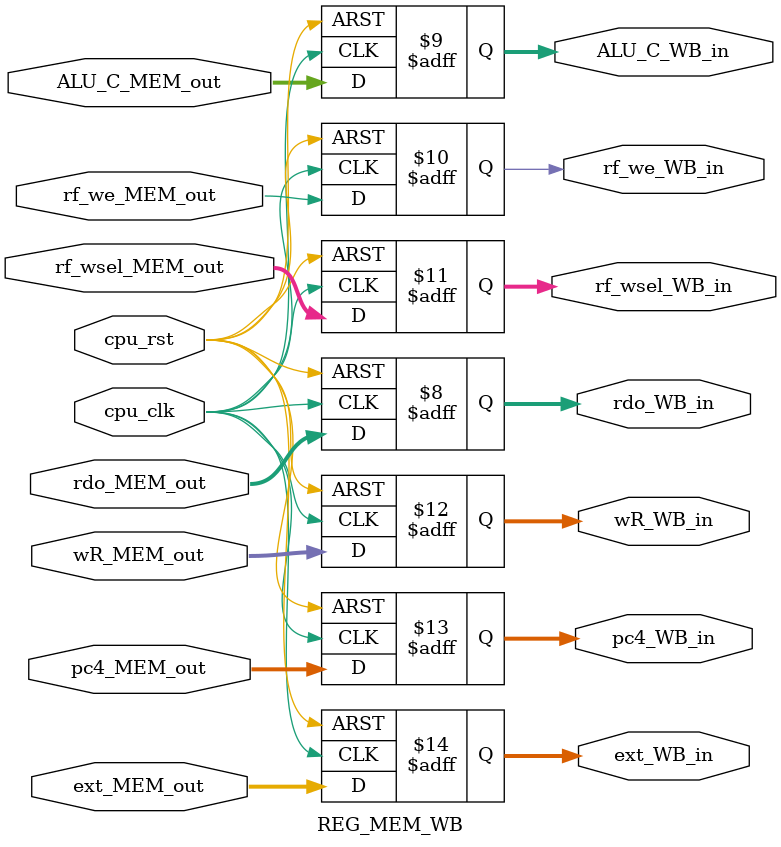
<source format=v>
module REG_MEM_WB (
   input wire cpu_rst,
   input wire cpu_clk,

   input wire [31:0] ext_MEM_out,
   output reg [31:0] ext_WB_in,

   input wire [31:0] pc4_MEM_out,
   output reg [31:0] pc4_WB_in,

   input wire [4:0] wR_MEM_out,
   output reg [4:0] wR_WB_in,

   input wire [1:0] rf_wsel_MEM_out,
   output reg [1:0] rf_wsel_WB_in,

   input wire rf_we_MEM_out,
   output reg rf_we_WB_in,

   input wire [31:0] ALU_C_MEM_out,
   output reg [31:0] ALU_C_WB_in,

   input wire [31:0] rdo_MEM_out,
   output reg [31:0] rdo_WB_in

`ifdef RUN_TRACE
   ,// debug
   input wire [31:0] pc_MEM_out,
   output reg [31:0] pc_WB_in

`endif 
);

   // ext
   always @(posedge cpu_clk or posedge cpu_rst) begin
      if (cpu_rst) begin
         ext_WB_in <= 32'h0;
      end
      else begin
         ext_WB_in <= ext_MEM_out;
      end
   end

   // pc4
   always @(posedge cpu_clk or posedge cpu_rst) begin
      if (cpu_rst) begin
         pc4_WB_in <= 32'h0;
      end
      else begin
         pc4_WB_in <= pc4_MEM_out;
      end
   end

   // wR
   always @(posedge cpu_clk or posedge cpu_rst) begin
      if (cpu_rst) begin
         wR_WB_in <= 5'b0;
      end
      else begin
         wR_WB_in <= wR_MEM_out;
      end
   end

   // rf_wsel
   always @(posedge cpu_clk or posedge cpu_rst) begin
      if (cpu_rst) begin
         rf_wsel_WB_in <= 2'b0;
      end
      else begin
         rf_wsel_WB_in <= rf_wsel_MEM_out;
      end
   end

   // rf_we
   always @(posedge cpu_clk or posedge cpu_rst) begin
      if (cpu_rst) begin
         rf_we_WB_in <= 1'b0;
      end
      else begin
         rf_we_WB_in <= rf_we_MEM_out;
      end
   end

   // ALU_C
   always @(posedge cpu_clk or posedge cpu_rst) begin
      if (cpu_rst) begin
         ALU_C_WB_in <= 32'h0;
      end
      else begin
         ALU_C_WB_in <= ALU_C_MEM_out;
      end
   end

   // rdo
   always @(posedge cpu_clk or posedge cpu_rst) begin
      if (cpu_rst) begin
         rdo_WB_in <= 32'h0;
      end
      else begin
         rdo_WB_in <= rdo_MEM_out;
      end
   end


`ifdef RUN_TRACE
   // pc
   always @(posedge cpu_clk or posedge cpu_rst) begin
      if (cpu_rst) begin
         pc_WB_in <= 32'h0;
      end
      else begin
         pc_WB_in <= pc_MEM_out;
      end
   end

`endif 

endmodule //REG_MEM_WB
</source>
